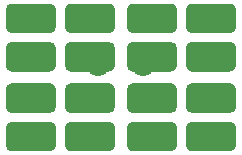
<source format=gbr>
%TF.GenerationSoftware,KiCad,Pcbnew,8.0.1-8.0.1-1~ubuntu22.04.1*%
%TF.CreationDate,2024-03-30T15:46:17+00:00*%
%TF.ProjectId,DRY_ELECTRODES,4452595f-454c-4454-9354-524f4445532e,1.0*%
%TF.SameCoordinates,Original*%
%TF.FileFunction,Soldermask,Bot*%
%TF.FilePolarity,Negative*%
%FSLAX46Y46*%
G04 Gerber Fmt 4.6, Leading zero omitted, Abs format (unit mm)*
G04 Created by KiCad (PCBNEW 8.0.1-8.0.1-1~ubuntu22.04.1) date 2024-03-30 15:46:17*
%MOMM*%
%LPD*%
G01*
G04 APERTURE LIST*
%ADD10C,0.000000*%
%ADD11C,0.499999*%
%ADD12C,0.500000*%
%ADD13C,1.800000*%
G04 APERTURE END LIST*
D10*
G36*
X24000000Y-33500000D02*
G01*
X20750000Y-33500000D01*
X20750000Y-32500000D01*
X24000000Y-32500000D01*
X24000000Y-33500000D01*
G37*
D11*
X20999998Y-36250000D02*
G75*
G02*
X20500000Y-36250000I-249999J0D01*
G01*
X20500000Y-36250000D02*
G75*
G02*
X20999998Y-36250000I249999J0D01*
G01*
D10*
G36*
X39249999Y-38250000D02*
G01*
X35999999Y-38250000D01*
X35999999Y-37250000D01*
X39249999Y-37250000D01*
X39249999Y-38250000D01*
G37*
G36*
X29000000Y-35000000D02*
G01*
X25750000Y-35000000D01*
X25750000Y-34000000D01*
X29000000Y-34000000D01*
X29000000Y-35000000D01*
G37*
G36*
X39250000Y-36750000D02*
G01*
X36000000Y-36750000D01*
X36000000Y-35750000D01*
X39250000Y-35750000D01*
X39250000Y-36750000D01*
G37*
G36*
X39750001Y-31000000D02*
G01*
X35500001Y-31000000D01*
X35500001Y-29500000D01*
X39750001Y-29500000D01*
X39750001Y-31000000D01*
G37*
D11*
X31249998Y-33000000D02*
G75*
G02*
X30750000Y-33000000I-249999J0D01*
G01*
X30750000Y-33000000D02*
G75*
G02*
X31249998Y-33000000I249999J0D01*
G01*
D12*
X24249999Y-27750000D02*
G75*
G02*
X23749999Y-27750000I-250000J0D01*
G01*
X23749999Y-27750000D02*
G75*
G02*
X24249999Y-27750000I250000J0D01*
G01*
D10*
G36*
X39250001Y-30000000D02*
G01*
X36000001Y-30000000D01*
X36000001Y-29000000D01*
X39250001Y-29000000D01*
X39250001Y-30000000D01*
G37*
D11*
X25999998Y-36250000D02*
G75*
G02*
X25500000Y-36250000I-249999J0D01*
G01*
X25500000Y-36250000D02*
G75*
G02*
X25999998Y-36250000I249999J0D01*
G01*
X31249998Y-34500000D02*
G75*
G02*
X30750000Y-34500000I-249999J0D01*
G01*
X30750000Y-34500000D02*
G75*
G02*
X31249998Y-34500000I249999J0D01*
G01*
D12*
X24249999Y-36250000D02*
G75*
G02*
X23749999Y-36250000I-250000J0D01*
G01*
X23749999Y-36250000D02*
G75*
G02*
X24249999Y-36250000I250000J0D01*
G01*
D11*
X20999998Y-26250000D02*
G75*
G02*
X20500000Y-26250000I-249999J0D01*
G01*
X20500000Y-26250000D02*
G75*
G02*
X20999998Y-26250000I249999J0D01*
G01*
X20999998Y-33000000D02*
G75*
G02*
X20500000Y-33000000I-249999J0D01*
G01*
X20500000Y-33000000D02*
G75*
G02*
X20999998Y-33000000I249999J0D01*
G01*
D12*
X29250000Y-29500000D02*
G75*
G02*
X28750000Y-29500000I-250000J0D01*
G01*
X28750000Y-29500000D02*
G75*
G02*
X29250000Y-29500000I250000J0D01*
G01*
D11*
X25999998Y-37750000D02*
G75*
G02*
X25500000Y-37750000I-249999J0D01*
G01*
X25500000Y-37750000D02*
G75*
G02*
X25999998Y-37750000I249999J0D01*
G01*
D12*
X24249999Y-37750000D02*
G75*
G02*
X23749999Y-37750000I-250000J0D01*
G01*
X23749999Y-37750000D02*
G75*
G02*
X24249999Y-37750000I250000J0D01*
G01*
D11*
X25999999Y-29500000D02*
G75*
G02*
X25500001Y-29500000I-249999J0D01*
G01*
X25500001Y-29500000D02*
G75*
G02*
X25999999Y-29500000I249999J0D01*
G01*
X25999998Y-26250000D02*
G75*
G02*
X25500000Y-26250000I-249999J0D01*
G01*
X25500000Y-26250000D02*
G75*
G02*
X25999998Y-26250000I249999J0D01*
G01*
D10*
G36*
X29500000Y-37750000D02*
G01*
X25250000Y-37750000D01*
X25250000Y-36250000D01*
X29500000Y-36250000D01*
X29500000Y-37750000D01*
G37*
D12*
X29250000Y-34500000D02*
G75*
G02*
X28750000Y-34500000I-250000J0D01*
G01*
X28750000Y-34500000D02*
G75*
G02*
X29250000Y-34500000I250000J0D01*
G01*
D11*
X31249998Y-26250000D02*
G75*
G02*
X30750000Y-26250000I-249999J0D01*
G01*
X30750000Y-26250000D02*
G75*
G02*
X31249998Y-26250000I249999J0D01*
G01*
X31249998Y-37750000D02*
G75*
G02*
X30750000Y-37750000I-249999J0D01*
G01*
X30750000Y-37750000D02*
G75*
G02*
X31249998Y-37750000I249999J0D01*
G01*
X25999999Y-34500000D02*
G75*
G02*
X25500001Y-34500000I-249999J0D01*
G01*
X25500001Y-34500000D02*
G75*
G02*
X25999999Y-34500000I249999J0D01*
G01*
D10*
G36*
X39250000Y-33500000D02*
G01*
X36000000Y-33500000D01*
X36000000Y-32500000D01*
X39250000Y-32500000D01*
X39250000Y-33500000D01*
G37*
D12*
X34499999Y-36250000D02*
G75*
G02*
X33999999Y-36250000I-250000J0D01*
G01*
X33999999Y-36250000D02*
G75*
G02*
X34499999Y-36250000I250000J0D01*
G01*
X34499999Y-33000000D02*
G75*
G02*
X33999999Y-33000000I-250000J0D01*
G01*
X33999999Y-33000000D02*
G75*
G02*
X34499999Y-33000000I250000J0D01*
G01*
D10*
G36*
X24000000Y-31500000D02*
G01*
X20750000Y-31500000D01*
X20750000Y-30500000D01*
X24000000Y-30500000D01*
X24000000Y-31500000D01*
G37*
G36*
X24500000Y-37750000D02*
G01*
X20250000Y-37750000D01*
X20250000Y-36250000D01*
X24500000Y-36250000D01*
X24500000Y-37750000D01*
G37*
D12*
X29249999Y-27750000D02*
G75*
G02*
X28749999Y-27750000I-250000J0D01*
G01*
X28749999Y-27750000D02*
G75*
G02*
X29249999Y-27750000I250000J0D01*
G01*
D10*
G36*
X34249999Y-38250000D02*
G01*
X30999999Y-38250000D01*
X30999999Y-37250000D01*
X34249999Y-37250000D01*
X34249999Y-38250000D01*
G37*
G36*
X24500001Y-31000000D02*
G01*
X20250001Y-31000000D01*
X20250001Y-29500000D01*
X24500001Y-29500000D01*
X24500001Y-31000000D01*
G37*
G36*
X29000000Y-26750000D02*
G01*
X25750000Y-26750000D01*
X25750000Y-25750000D01*
X29000000Y-25750000D01*
X29000000Y-26750000D01*
G37*
G36*
X29500001Y-31000000D02*
G01*
X25250001Y-31000000D01*
X25250001Y-29500000D01*
X29500001Y-29500000D01*
X29500001Y-31000000D01*
G37*
G36*
X39750000Y-37750000D02*
G01*
X35500000Y-37750000D01*
X35500000Y-36250000D01*
X39750000Y-36250000D01*
X39750000Y-37750000D01*
G37*
D11*
X36249999Y-31000000D02*
G75*
G02*
X35750001Y-31000000I-249999J0D01*
G01*
X35750001Y-31000000D02*
G75*
G02*
X36249999Y-31000000I249999J0D01*
G01*
D10*
G36*
X39249999Y-35000000D02*
G01*
X35999999Y-35000000D01*
X35999999Y-34000000D01*
X39249999Y-34000000D01*
X39249999Y-35000000D01*
G37*
D11*
X20999999Y-31000000D02*
G75*
G02*
X20500001Y-31000000I-249999J0D01*
G01*
X20500001Y-31000000D02*
G75*
G02*
X20999999Y-31000000I249999J0D01*
G01*
X20999998Y-27750000D02*
G75*
G02*
X20500000Y-27750000I-249999J0D01*
G01*
X20500000Y-27750000D02*
G75*
G02*
X20999998Y-27750000I249999J0D01*
G01*
D12*
X34500000Y-29500000D02*
G75*
G02*
X34000000Y-29500000I-250000J0D01*
G01*
X34000000Y-29500000D02*
G75*
G02*
X34500000Y-29500000I250000J0D01*
G01*
D10*
G36*
X24000000Y-36750000D02*
G01*
X20750000Y-36750000D01*
X20750000Y-35750000D01*
X24000000Y-35750000D01*
X24000000Y-36750000D01*
G37*
D12*
X29249999Y-26250000D02*
G75*
G02*
X28749999Y-26250000I-250000J0D01*
G01*
X28749999Y-26250000D02*
G75*
G02*
X29249999Y-26250000I250000J0D01*
G01*
D11*
X31249999Y-29500000D02*
G75*
G02*
X30750001Y-29500000I-249999J0D01*
G01*
X30750001Y-29500000D02*
G75*
G02*
X31249999Y-29500000I249999J0D01*
G01*
D12*
X39499999Y-36250000D02*
G75*
G02*
X38999999Y-36250000I-250000J0D01*
G01*
X38999999Y-36250000D02*
G75*
G02*
X39499999Y-36250000I250000J0D01*
G01*
X29249999Y-36250000D02*
G75*
G02*
X28749999Y-36250000I-250000J0D01*
G01*
X28749999Y-36250000D02*
G75*
G02*
X29249999Y-36250000I250000J0D01*
G01*
D10*
G36*
X28999999Y-38250000D02*
G01*
X25749999Y-38250000D01*
X25749999Y-37250000D01*
X28999999Y-37250000D01*
X28999999Y-38250000D01*
G37*
G36*
X29500000Y-34500000D02*
G01*
X25250000Y-34500000D01*
X25250000Y-33000000D01*
X29500000Y-33000000D01*
X29500000Y-34500000D01*
G37*
G36*
X24500000Y-27750000D02*
G01*
X20250000Y-27750000D01*
X20250000Y-26250000D01*
X24500000Y-26250000D01*
X24500000Y-27750000D01*
G37*
D11*
X20999998Y-34500000D02*
G75*
G02*
X20500000Y-34500000I-249999J0D01*
G01*
X20500000Y-34500000D02*
G75*
G02*
X20999998Y-34500000I249999J0D01*
G01*
D10*
G36*
X29000000Y-33500000D02*
G01*
X25750000Y-33500000D01*
X25750000Y-32500000D01*
X29000000Y-32500000D01*
X29000000Y-33500000D01*
G37*
G36*
X34249999Y-28250000D02*
G01*
X30999999Y-28250000D01*
X30999999Y-27250000D01*
X34249999Y-27250000D01*
X34249999Y-28250000D01*
G37*
G36*
X34249999Y-35000000D02*
G01*
X30999999Y-35000000D01*
X30999999Y-34000000D01*
X34249999Y-34000000D01*
X34249999Y-35000000D01*
G37*
D11*
X36249998Y-27750000D02*
G75*
G02*
X35750000Y-27750000I-249999J0D01*
G01*
X35750000Y-27750000D02*
G75*
G02*
X36249998Y-27750000I249999J0D01*
G01*
X36249999Y-29500000D02*
G75*
G02*
X35750001Y-29500000I-249999J0D01*
G01*
X35750001Y-29500000D02*
G75*
G02*
X36249999Y-29500000I249999J0D01*
G01*
D10*
G36*
X34750000Y-34500000D02*
G01*
X30500000Y-34500000D01*
X30500000Y-33000000D01*
X34750000Y-33000000D01*
X34750000Y-34500000D01*
G37*
D12*
X39499999Y-34500000D02*
G75*
G02*
X38999999Y-34500000I-250000J0D01*
G01*
X38999999Y-34500000D02*
G75*
G02*
X39499999Y-34500000I250000J0D01*
G01*
X34500000Y-31000000D02*
G75*
G02*
X34000000Y-31000000I-250000J0D01*
G01*
X34000000Y-31000000D02*
G75*
G02*
X34500000Y-31000000I250000J0D01*
G01*
X29250000Y-31000000D02*
G75*
G02*
X28750000Y-31000000I-250000J0D01*
G01*
X28750000Y-31000000D02*
G75*
G02*
X29250000Y-31000000I250000J0D01*
G01*
D11*
X31249998Y-36250000D02*
G75*
G02*
X30750000Y-36250000I-249999J0D01*
G01*
X30750000Y-36250000D02*
G75*
G02*
X31249998Y-36250000I249999J0D01*
G01*
D10*
G36*
X29500000Y-27750000D02*
G01*
X25250000Y-27750000D01*
X25250000Y-26250000D01*
X29500000Y-26250000D01*
X29500000Y-27750000D01*
G37*
D12*
X39499999Y-27750000D02*
G75*
G02*
X38999999Y-27750000I-250000J0D01*
G01*
X38999999Y-27750000D02*
G75*
G02*
X39499999Y-27750000I250000J0D01*
G01*
D10*
G36*
X29000001Y-30000000D02*
G01*
X25750001Y-30000000D01*
X25750001Y-29000000D01*
X29000001Y-29000000D01*
X29000001Y-30000000D01*
G37*
D12*
X24249999Y-26250000D02*
G75*
G02*
X23749999Y-26250000I-250000J0D01*
G01*
X23749999Y-26250000D02*
G75*
G02*
X24249999Y-26250000I250000J0D01*
G01*
D11*
X31249999Y-31000000D02*
G75*
G02*
X30750001Y-31000000I-249999J0D01*
G01*
X30750001Y-31000000D02*
G75*
G02*
X31249999Y-31000000I249999J0D01*
G01*
D10*
G36*
X34250000Y-33500000D02*
G01*
X31000000Y-33500000D01*
X31000000Y-32500000D01*
X34250000Y-32500000D01*
X34250000Y-33500000D01*
G37*
G36*
X39250000Y-31500000D02*
G01*
X36000000Y-31500000D01*
X36000000Y-30500000D01*
X39250000Y-30500000D01*
X39250000Y-31500000D01*
G37*
G36*
X34250000Y-31500000D02*
G01*
X31000000Y-31500000D01*
X31000000Y-30500000D01*
X34250000Y-30500000D01*
X34250000Y-31500000D01*
G37*
G36*
X34750001Y-31000000D02*
G01*
X30500001Y-31000000D01*
X30500001Y-29500000D01*
X34750001Y-29500000D01*
X34750001Y-31000000D01*
G37*
D12*
X24249999Y-33000000D02*
G75*
G02*
X23749999Y-33000000I-250000J0D01*
G01*
X23749999Y-33000000D02*
G75*
G02*
X24249999Y-33000000I250000J0D01*
G01*
D10*
G36*
X39750000Y-27750000D02*
G01*
X35500000Y-27750000D01*
X35500000Y-26250000D01*
X39750000Y-26250000D01*
X39750000Y-27750000D01*
G37*
G36*
X23999999Y-35000000D02*
G01*
X20749999Y-35000000D01*
X20749999Y-34000000D01*
X23999999Y-34000000D01*
X23999999Y-35000000D01*
G37*
D12*
X24250000Y-29500000D02*
G75*
G02*
X23750000Y-29500000I-250000J0D01*
G01*
X23750000Y-29500000D02*
G75*
G02*
X24250000Y-29500000I250000J0D01*
G01*
X24249999Y-34500000D02*
G75*
G02*
X23749999Y-34500000I-250000J0D01*
G01*
X23749999Y-34500000D02*
G75*
G02*
X24249999Y-34500000I250000J0D01*
G01*
D10*
G36*
X39250000Y-26750000D02*
G01*
X36000000Y-26750000D01*
X36000000Y-25750000D01*
X39250000Y-25750000D01*
X39250000Y-26750000D01*
G37*
D12*
X24250000Y-31000000D02*
G75*
G02*
X23750000Y-31000000I-250000J0D01*
G01*
X23750000Y-31000000D02*
G75*
G02*
X24250000Y-31000000I250000J0D01*
G01*
D11*
X20999998Y-37750000D02*
G75*
G02*
X20500000Y-37750000I-249999J0D01*
G01*
X20500000Y-37750000D02*
G75*
G02*
X20999998Y-37750000I249999J0D01*
G01*
D10*
G36*
X29000000Y-31500000D02*
G01*
X25750000Y-31500000D01*
X25750000Y-30500000D01*
X29000000Y-30500000D01*
X29000000Y-31500000D01*
G37*
D11*
X36249998Y-26250000D02*
G75*
G02*
X35750000Y-26250000I-249999J0D01*
G01*
X35750000Y-26250000D02*
G75*
G02*
X36249998Y-26250000I249999J0D01*
G01*
D10*
G36*
X34250000Y-36750000D02*
G01*
X31000000Y-36750000D01*
X31000000Y-35750000D01*
X34250000Y-35750000D01*
X34250000Y-36750000D01*
G37*
G36*
X23999999Y-28250000D02*
G01*
X20749999Y-28250000D01*
X20749999Y-27250000D01*
X23999999Y-27250000D01*
X23999999Y-28250000D01*
G37*
D12*
X39500000Y-31000000D02*
G75*
G02*
X39000000Y-31000000I-250000J0D01*
G01*
X39000000Y-31000000D02*
G75*
G02*
X39500000Y-31000000I250000J0D01*
G01*
D10*
G36*
X24000001Y-30000000D02*
G01*
X20750001Y-30000000D01*
X20750001Y-29000000D01*
X24000001Y-29000000D01*
X24000001Y-30000000D01*
G37*
G36*
X34750000Y-27750000D02*
G01*
X30500000Y-27750000D01*
X30500000Y-26250000D01*
X34750000Y-26250000D01*
X34750000Y-27750000D01*
G37*
D11*
X20999999Y-29500000D02*
G75*
G02*
X20500001Y-29500000I-249999J0D01*
G01*
X20500001Y-29500000D02*
G75*
G02*
X20999999Y-29500000I249999J0D01*
G01*
D10*
G36*
X34750000Y-37750000D02*
G01*
X30500000Y-37750000D01*
X30500000Y-36250000D01*
X34750000Y-36250000D01*
X34750000Y-37750000D01*
G37*
G36*
X34250000Y-26750000D02*
G01*
X31000000Y-26750000D01*
X31000000Y-25750000D01*
X34250000Y-25750000D01*
X34250000Y-26750000D01*
G37*
D11*
X31249998Y-27750000D02*
G75*
G02*
X30750000Y-27750000I-249999J0D01*
G01*
X30750000Y-27750000D02*
G75*
G02*
X31249998Y-27750000I249999J0D01*
G01*
D10*
G36*
X34250001Y-30000000D02*
G01*
X31000001Y-30000000D01*
X31000001Y-29000000D01*
X34250001Y-29000000D01*
X34250001Y-30000000D01*
G37*
G36*
X23999999Y-38250000D02*
G01*
X20749999Y-38250000D01*
X20749999Y-37250000D01*
X23999999Y-37250000D01*
X23999999Y-38250000D01*
G37*
D11*
X36249998Y-34500000D02*
G75*
G02*
X35750000Y-34500000I-249999J0D01*
G01*
X35750000Y-34500000D02*
G75*
G02*
X36249998Y-34500000I249999J0D01*
G01*
D12*
X34499999Y-26250000D02*
G75*
G02*
X33999999Y-26250000I-250000J0D01*
G01*
X33999999Y-26250000D02*
G75*
G02*
X34499999Y-26250000I250000J0D01*
G01*
D11*
X36249998Y-36250000D02*
G75*
G02*
X35750000Y-36250000I-249999J0D01*
G01*
X35750000Y-36250000D02*
G75*
G02*
X36249998Y-36250000I249999J0D01*
G01*
X36249998Y-33000000D02*
G75*
G02*
X35750000Y-33000000I-249999J0D01*
G01*
X35750000Y-33000000D02*
G75*
G02*
X36249998Y-33000000I249999J0D01*
G01*
D10*
G36*
X28999999Y-28250000D02*
G01*
X25749999Y-28250000D01*
X25749999Y-27250000D01*
X28999999Y-27250000D01*
X28999999Y-28250000D01*
G37*
D12*
X39499999Y-33000000D02*
G75*
G02*
X38999999Y-33000000I-250000J0D01*
G01*
X38999999Y-33000000D02*
G75*
G02*
X39499999Y-33000000I250000J0D01*
G01*
D10*
G36*
X39750000Y-34500000D02*
G01*
X35500000Y-34500000D01*
X35500000Y-33000000D01*
X39750000Y-33000000D01*
X39750000Y-34500000D01*
G37*
D12*
X34499999Y-27750000D02*
G75*
G02*
X33999999Y-27750000I-250000J0D01*
G01*
X33999999Y-27750000D02*
G75*
G02*
X34499999Y-27750000I250000J0D01*
G01*
X29249999Y-33000000D02*
G75*
G02*
X28749999Y-33000000I-250000J0D01*
G01*
X28749999Y-33000000D02*
G75*
G02*
X29249999Y-33000000I250000J0D01*
G01*
D10*
G36*
X24000000Y-26750000D02*
G01*
X20750000Y-26750000D01*
X20750000Y-25750000D01*
X24000000Y-25750000D01*
X24000000Y-26750000D01*
G37*
D12*
X39499999Y-26250000D02*
G75*
G02*
X38999999Y-26250000I-250000J0D01*
G01*
X38999999Y-26250000D02*
G75*
G02*
X39499999Y-26250000I250000J0D01*
G01*
D10*
G36*
X39249999Y-28250000D02*
G01*
X35999999Y-28250000D01*
X35999999Y-27250000D01*
X39249999Y-27250000D01*
X39249999Y-28250000D01*
G37*
D11*
X25999998Y-27750000D02*
G75*
G02*
X25500000Y-27750000I-249999J0D01*
G01*
X25500000Y-27750000D02*
G75*
G02*
X25999998Y-27750000I249999J0D01*
G01*
D12*
X39500000Y-29500000D02*
G75*
G02*
X39000000Y-29500000I-250000J0D01*
G01*
X39000000Y-29500000D02*
G75*
G02*
X39500000Y-29500000I250000J0D01*
G01*
D11*
X25999999Y-31000000D02*
G75*
G02*
X25500001Y-31000000I-249999J0D01*
G01*
X25500001Y-31000000D02*
G75*
G02*
X25999999Y-31000000I249999J0D01*
G01*
D10*
G36*
X29000000Y-36750000D02*
G01*
X25750000Y-36750000D01*
X25750000Y-35750000D01*
X29000000Y-35750000D01*
X29000000Y-36750000D01*
G37*
D12*
X39499999Y-37750000D02*
G75*
G02*
X38999999Y-37750000I-250000J0D01*
G01*
X38999999Y-37750000D02*
G75*
G02*
X39499999Y-37750000I250000J0D01*
G01*
X34499999Y-37750000D02*
G75*
G02*
X33999999Y-37750000I-250000J0D01*
G01*
X33999999Y-37750000D02*
G75*
G02*
X34499999Y-37750000I250000J0D01*
G01*
X29249999Y-37750000D02*
G75*
G02*
X28749999Y-37750000I-250000J0D01*
G01*
X28749999Y-37750000D02*
G75*
G02*
X29249999Y-37750000I250000J0D01*
G01*
D10*
G36*
X24500000Y-34500000D02*
G01*
X20250000Y-34500000D01*
X20250000Y-33000000D01*
X24500000Y-33000000D01*
X24500000Y-34500000D01*
G37*
D12*
X34499999Y-34500000D02*
G75*
G02*
X33999999Y-34500000I-250000J0D01*
G01*
X33999999Y-34500000D02*
G75*
G02*
X34499999Y-34500000I250000J0D01*
G01*
D11*
X25999998Y-33000000D02*
G75*
G02*
X25500000Y-33000000I-249999J0D01*
G01*
X25500000Y-33000000D02*
G75*
G02*
X25999998Y-33000000I249999J0D01*
G01*
X36249998Y-37750000D02*
G75*
G02*
X35750000Y-37750000I-249999J0D01*
G01*
X35750000Y-37750000D02*
G75*
G02*
X36249998Y-37750000I249999J0D01*
G01*
D13*
%TO.C,J20*%
X27375000Y-33750000D03*
%TD*%
%TO.C,J23*%
X37625000Y-27000000D03*
%TD*%
%TO.C,J30*%
X31900000Y-31000000D03*
%TD*%
%TO.C,J27*%
X28100000Y-31000000D03*
%TD*%
%TO.C,J25*%
X22375000Y-33750000D03*
%TD*%
%TO.C,J31*%
X37625000Y-37000000D03*
%TD*%
%TO.C,J29*%
X32625000Y-37000000D03*
%TD*%
%TO.C,J32*%
X37625000Y-33750000D03*
%TD*%
%TO.C,J18*%
X22375000Y-27000000D03*
%TD*%
%TO.C,J22*%
X31905000Y-26625000D03*
%TD*%
%TO.C,J19*%
X28095000Y-26625000D03*
%TD*%
%TO.C,J21*%
X32625000Y-33750000D03*
%TD*%
%TO.C,J26*%
X22375000Y-37000000D03*
%TD*%
%TO.C,J17*%
X22375000Y-30250000D03*
%TD*%
%TO.C,J28*%
X27375000Y-37000000D03*
%TD*%
%TO.C,J24*%
X37625000Y-30250000D03*
%TD*%
M02*

</source>
